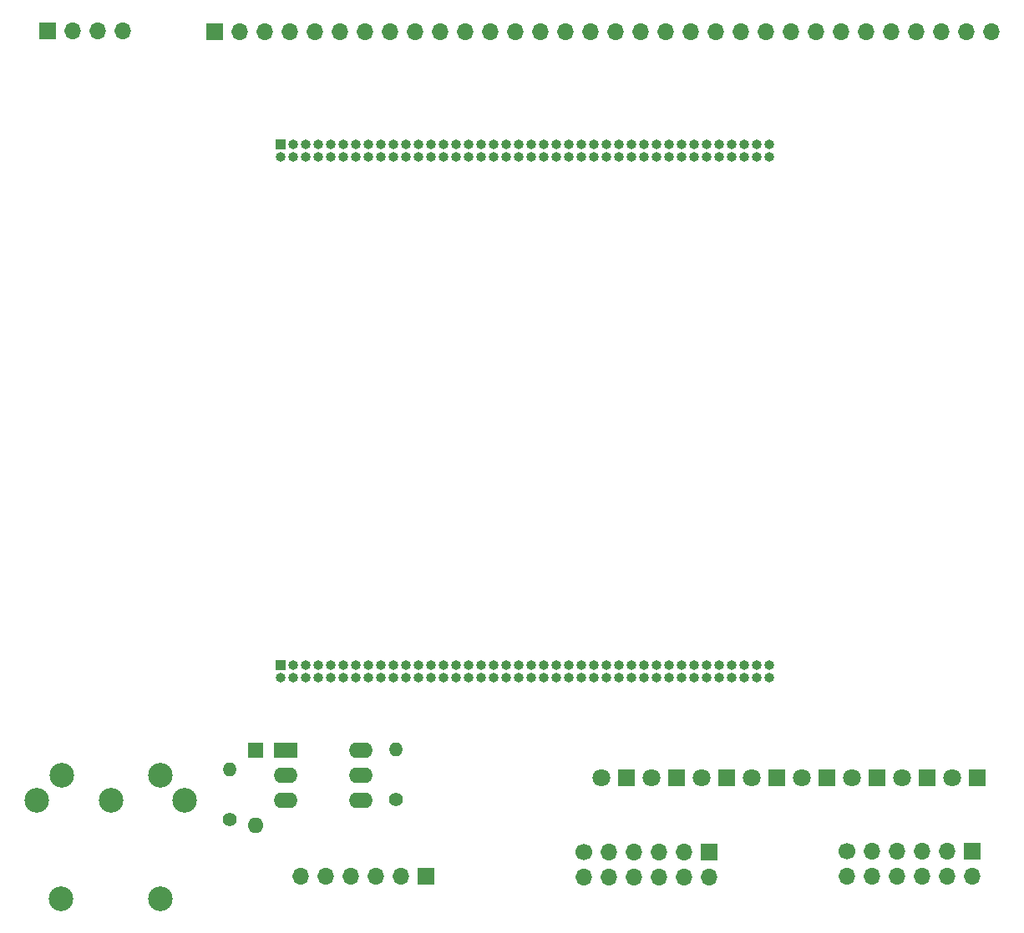
<source format=gbr>
%TF.GenerationSoftware,KiCad,Pcbnew,7.0.10*%
%TF.CreationDate,2024-01-11T09:38:06+00:00*%
%TF.ProjectId,Breakout,42726561-6b6f-4757-942e-6b696361645f,rev?*%
%TF.SameCoordinates,Original*%
%TF.FileFunction,Soldermask,Bot*%
%TF.FilePolarity,Negative*%
%FSLAX46Y46*%
G04 Gerber Fmt 4.6, Leading zero omitted, Abs format (unit mm)*
G04 Created by KiCad (PCBNEW 7.0.10) date 2024-01-11 09:38:06*
%MOMM*%
%LPD*%
G01*
G04 APERTURE LIST*
%ADD10R,1.700000X1.700000*%
%ADD11O,1.700000X1.700000*%
%ADD12C,1.400000*%
%ADD13O,1.400000X1.400000*%
%ADD14R,1.800000X1.800000*%
%ADD15C,1.800000*%
%ADD16R,1.000000X1.000000*%
%ADD17O,1.000000X1.000000*%
%ADD18R,1.600000X1.600000*%
%ADD19O,1.600000X1.600000*%
%ADD20C,2.499360*%
%ADD21R,2.400000X1.600000*%
%ADD22O,2.400000X1.600000*%
%ADD23C,1.700000*%
G04 APERTURE END LIST*
D10*
%TO.C,J6*%
X48260000Y-20955000D03*
D11*
X50800000Y-20955000D03*
X53340000Y-20955000D03*
X55880000Y-20955000D03*
%TD*%
D12*
%TO.C,R2*%
X83566000Y-98933000D03*
D13*
X83566000Y-93853000D03*
%TD*%
D14*
%TO.C,D9*%
X142494000Y-96774000D03*
D15*
X139954000Y-96774000D03*
%TD*%
D14*
%TO.C,D2*%
X106934000Y-96774000D03*
D15*
X104394000Y-96774000D03*
%TD*%
D10*
%TO.C,J5*%
X65151000Y-21082000D03*
D11*
X67691000Y-21082000D03*
X70231000Y-21082000D03*
X72771000Y-21082000D03*
X75311000Y-21082000D03*
X77851000Y-21082000D03*
X80391000Y-21082000D03*
X82931000Y-21082000D03*
X85471000Y-21082000D03*
X88011000Y-21082000D03*
X90551000Y-21082000D03*
X93091000Y-21082000D03*
X95631000Y-21082000D03*
X98171000Y-21082000D03*
X100711000Y-21082000D03*
X103251000Y-21082000D03*
X105791000Y-21082000D03*
X108331000Y-21082000D03*
X110871000Y-21082000D03*
X113411000Y-21082000D03*
X115951000Y-21082000D03*
X118491000Y-21082000D03*
X121031000Y-21082000D03*
X123571000Y-21082000D03*
X126111000Y-21082000D03*
X128651000Y-21082000D03*
X131191000Y-21082000D03*
X133731000Y-21082000D03*
X136271000Y-21082000D03*
X138811000Y-21082000D03*
X141351000Y-21082000D03*
X143891000Y-21082000D03*
%TD*%
D16*
%TO.C,J7*%
X71831200Y-32486600D03*
D17*
X71831200Y-33756600D03*
X73101200Y-32486600D03*
X73101200Y-33756600D03*
X74371200Y-32486600D03*
X74371200Y-33756600D03*
X75641200Y-32486600D03*
X75641200Y-33756600D03*
X76911200Y-32486600D03*
X76911200Y-33756600D03*
X78181200Y-32486600D03*
X78181200Y-33756600D03*
X79451200Y-32486600D03*
X79451200Y-33756600D03*
X80721200Y-32486600D03*
X80721200Y-33756600D03*
X81991200Y-32486600D03*
X81991200Y-33756600D03*
X83261200Y-32486600D03*
X83261200Y-33756600D03*
X84531200Y-32486600D03*
X84531200Y-33756600D03*
X85801200Y-32486600D03*
X85801200Y-33756600D03*
X87071200Y-32486600D03*
X87071200Y-33756600D03*
X88341200Y-32486600D03*
X88341200Y-33756600D03*
X89611200Y-32486600D03*
X89611200Y-33756600D03*
X90881200Y-32486600D03*
X90881200Y-33756600D03*
X92151200Y-32486600D03*
X92151200Y-33756600D03*
X93421200Y-32486600D03*
X93421200Y-33756600D03*
X94691200Y-32486600D03*
X94691200Y-33756600D03*
X95961200Y-32486600D03*
X95961200Y-33756600D03*
X97231200Y-32486600D03*
X97231200Y-33756600D03*
X98501200Y-32486600D03*
X98501200Y-33756600D03*
X99771200Y-32486600D03*
X99771200Y-33756600D03*
X101041200Y-32486600D03*
X101041200Y-33756600D03*
X102311200Y-32486600D03*
X102311200Y-33756600D03*
X103581200Y-32486600D03*
X103581200Y-33756600D03*
X104851200Y-32486600D03*
X104851200Y-33756600D03*
X106121200Y-32486600D03*
X106121200Y-33756600D03*
X107391200Y-32486600D03*
X107391200Y-33756600D03*
X108661200Y-32486600D03*
X108661200Y-33756600D03*
X109931200Y-32486600D03*
X109931200Y-33756600D03*
X111201200Y-32486600D03*
X111201200Y-33756600D03*
X112471200Y-32486600D03*
X112471200Y-33756600D03*
X113741200Y-32486600D03*
X113741200Y-33756600D03*
X115011200Y-32486600D03*
X115011200Y-33756600D03*
X116281200Y-32486600D03*
X116281200Y-33756600D03*
X117551200Y-32486600D03*
X117551200Y-33756600D03*
X118821200Y-32486600D03*
X118821200Y-33756600D03*
X120091200Y-32486600D03*
X120091200Y-33756600D03*
X121361200Y-32486600D03*
X121361200Y-33756600D03*
%TD*%
D14*
%TO.C,D7*%
X132334000Y-96774000D03*
D15*
X129794000Y-96774000D03*
%TD*%
D18*
%TO.C,D1*%
X69342000Y-93980000D03*
D19*
X69342000Y-101600000D03*
%TD*%
D20*
%TO.C,J2*%
X49621540Y-108994700D03*
X59624060Y-108994700D03*
X62120880Y-98999800D03*
X54622800Y-98997260D03*
X47124720Y-98999800D03*
X59618980Y-96497900D03*
X49626620Y-96497900D03*
%TD*%
D14*
%TO.C,D5*%
X122174000Y-96774000D03*
D15*
X119634000Y-96774000D03*
%TD*%
D14*
%TO.C,D4*%
X117094000Y-96774000D03*
D15*
X114554000Y-96774000D03*
%TD*%
D21*
%TO.C,U1*%
X72400000Y-93970000D03*
D22*
X72400000Y-96510000D03*
X72400000Y-99050000D03*
X80020000Y-99050000D03*
X80020000Y-96510000D03*
X80020000Y-93970000D03*
%TD*%
D10*
%TO.C,J4*%
X86614000Y-106750000D03*
D11*
X84074000Y-106750000D03*
X81534000Y-106750000D03*
X78994000Y-106750000D03*
X76454000Y-106750000D03*
X73914000Y-106750000D03*
%TD*%
D14*
%TO.C,D3*%
X112009000Y-96774000D03*
D15*
X109469000Y-96774000D03*
%TD*%
D10*
%TO.C,J1*%
X115316000Y-104267000D03*
D11*
X112776000Y-104267000D03*
X110236000Y-104267000D03*
X107696000Y-104267000D03*
X105156000Y-104267000D03*
D23*
X102616000Y-104267000D03*
D11*
X115316000Y-106807000D03*
X112776000Y-106807000D03*
X110236000Y-106807000D03*
X107696000Y-106807000D03*
X105156000Y-106807000D03*
X102616000Y-106807000D03*
%TD*%
D10*
%TO.C,J3*%
X141986000Y-104207000D03*
D11*
X139446000Y-104207000D03*
X136906000Y-104207000D03*
X134366000Y-104207000D03*
X131826000Y-104207000D03*
D23*
X129286000Y-104207000D03*
D11*
X141986000Y-106747000D03*
X139446000Y-106747000D03*
X136906000Y-106747000D03*
X134366000Y-106747000D03*
X131826000Y-106747000D03*
X129286000Y-106747000D03*
%TD*%
D14*
%TO.C,D6*%
X127254000Y-96774000D03*
D15*
X124714000Y-96774000D03*
%TD*%
D12*
%TO.C,R1*%
X66675000Y-100965000D03*
D13*
X66675000Y-95885000D03*
%TD*%
D14*
%TO.C,D8*%
X137414000Y-96774000D03*
D15*
X134874000Y-96774000D03*
%TD*%
D16*
%TO.C,J8*%
X71831200Y-85318600D03*
D17*
X71831200Y-86588600D03*
X73101200Y-85318600D03*
X73101200Y-86588600D03*
X74371200Y-85318600D03*
X74371200Y-86588600D03*
X75641200Y-85318600D03*
X75641200Y-86588600D03*
X76911200Y-85318600D03*
X76911200Y-86588600D03*
X78181200Y-85318600D03*
X78181200Y-86588600D03*
X79451200Y-85318600D03*
X79451200Y-86588600D03*
X80721200Y-85318600D03*
X80721200Y-86588600D03*
X81991200Y-85318600D03*
X81991200Y-86588600D03*
X83261200Y-85318600D03*
X83261200Y-86588600D03*
X84531200Y-85318600D03*
X84531200Y-86588600D03*
X85801200Y-85318600D03*
X85801200Y-86588600D03*
X87071200Y-85318600D03*
X87071200Y-86588600D03*
X88341200Y-85318600D03*
X88341200Y-86588600D03*
X89611200Y-85318600D03*
X89611200Y-86588600D03*
X90881200Y-85318600D03*
X90881200Y-86588600D03*
X92151200Y-85318600D03*
X92151200Y-86588600D03*
X93421200Y-85318600D03*
X93421200Y-86588600D03*
X94691200Y-85318600D03*
X94691200Y-86588600D03*
X95961200Y-85318600D03*
X95961200Y-86588600D03*
X97231200Y-85318600D03*
X97231200Y-86588600D03*
X98501200Y-85318600D03*
X98501200Y-86588600D03*
X99771200Y-85318600D03*
X99771200Y-86588600D03*
X101041200Y-85318600D03*
X101041200Y-86588600D03*
X102311200Y-85318600D03*
X102311200Y-86588600D03*
X103581200Y-85318600D03*
X103581200Y-86588600D03*
X104851200Y-85318600D03*
X104851200Y-86588600D03*
X106121200Y-85318600D03*
X106121200Y-86588600D03*
X107391200Y-85318600D03*
X107391200Y-86588600D03*
X108661200Y-85318600D03*
X108661200Y-86588600D03*
X109931200Y-85318600D03*
X109931200Y-86588600D03*
X111201200Y-85318600D03*
X111201200Y-86588600D03*
X112471200Y-85318600D03*
X112471200Y-86588600D03*
X113741200Y-85318600D03*
X113741200Y-86588600D03*
X115011200Y-85318600D03*
X115011200Y-86588600D03*
X116281200Y-85318600D03*
X116281200Y-86588600D03*
X117551200Y-85318600D03*
X117551200Y-86588600D03*
X118821200Y-85318600D03*
X118821200Y-86588600D03*
X120091200Y-85318600D03*
X120091200Y-86588600D03*
X121361200Y-85318600D03*
X121361200Y-86588600D03*
%TD*%
M02*

</source>
